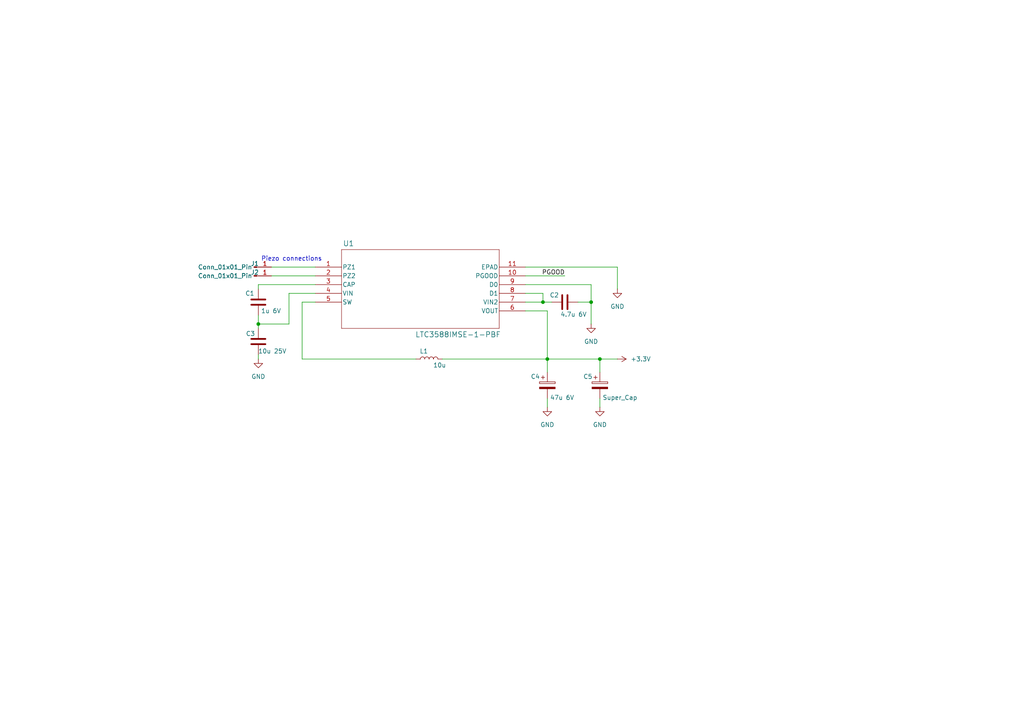
<source format=kicad_sch>
(kicad_sch (version 20250114) (generator "eeschema") (generator_version "9.0")
  (paper "A4")
  (lib_symbols
    (symbol "Connector:Conn_01x01_Pin" (pin_names (offset 1.016) (hide yes))
      (property "Reference" "J" (at 0 2.54 0))
      (property "Value" "Conn_01x01_Pin" (at 0 -2.54 0))
      (symbol "Conn_01x01_Pin_1_1"
        (rectangle (start 0.8636 0.127) (end 0 -0.127) (stroke (width 0.1524)) (fill (type outline)))
        (polyline (pts (xy 1.27 0) (xy 0.8636 0)) (stroke (width 0.1524)))
        (pin passive line (at 5.08 0 180) (length 3.81) (name "Pin_1") (number "1"))
      )
    )
    (symbol "Device:C" (pin_numbers (hide yes)) (pin_names (offset 0.254))
      (property "Reference" "C" (at 0.635 2.54 0))
      (property "Value" "C" (at 0.635 -2.54 0))
      (symbol "C_0_1"
        (polyline (pts (xy -2.032 0.762) (xy 2.032 0.762)) (stroke (width 0.508)))
        (polyline (pts (xy -2.032 -0.762) (xy 2.032 -0.762)) (stroke (width 0.508)))
      )
      (symbol "C_1_1"
        (pin passive line (at 0 3.81 270) (length 2.794) (name "~") (number "1"))
        (pin passive line (at 0 -3.81 90) (length 2.794) (name "~") (number "2"))
      )
    )
    (symbol "Device:C_Polarized" (pin_numbers (hide yes)) (pin_names (offset 0.254))
      (property "Reference" "C" (at 0.635 2.54 0))
      (property "Value" "C_Polarized" (at 0.635 -2.54 0))
      (symbol "C_Polarized_0_1"
        (rectangle (start -2.286 0.508) (end 2.286 1.016))
        (polyline (pts (xy -1.778 2.286) (xy -0.762 2.286)))
        (polyline (pts (xy -1.27 2.794) (xy -1.27 1.778)))
        (rectangle (start 2.286 -0.508) (end -2.286 -1.016) (fill (type outline)))
      )
      (symbol "C_Polarized_1_1"
        (pin passive line (at 0 3.81 270) (length 2.794) (name "~") (number "1"))
        (pin passive line (at 0 -3.81 90) (length 2.794) (name "~") (number "2"))
      )
    )
    (symbol "Device:L" (pin_numbers (hide yes)) (pin_names (offset 1.016) (hide yes))
      (property "Reference" "L" (at -1.27 0 90))
      (property "Value" "L" (at 1.905 0 90))
      (symbol "L_0_1"
        (arc (start 0 2.54) (mid 0.6323 1.905) (end 0 1.27))
        (arc (start 0 1.27) (mid 0.6323 0.635) (end 0 0))
        (arc (start 0 0) (mid 0.6323 -0.635) (end 0 -1.27))
        (arc (start 0 -1.27) (mid 0.6323 -1.905) (end 0 -2.54))
      )
      (symbol "L_1_1"
        (pin passive line (at 0 3.81 270) (length 1.27) (name "1") (number "1"))
        (pin passive line (at 0 -3.81 90) (length 1.27) (name "2") (number "2"))
      )
    )
    (symbol "Piezo_EH:LTC3588IMSE-1-PBF" (pin_names (offset 0.254))
      (property "Reference" "U" (at 30.48 10.16 0))
      (property "Value" "LTC3588IMSE-1-PBF" (at 30.48 7.62 0))
      (symbol "LTC3588IMSE-1-PBF_0_1"
        (polyline (pts (xy 7.62 5.08) (xy 7.62 -17.78)) (stroke (width 0.127)))
        (polyline (pts (xy 7.62 -17.78) (xy 53.34 -17.78)) (stroke (width 0.127)))
        (polyline (pts (xy 53.34 5.08) (xy 7.62 5.08)) (stroke (width 0.127)))
        (polyline (pts (xy 53.34 -17.78) (xy 53.34 5.08)) (stroke (width 0.127)))
        (pin input line (at 0 0 0) (length 7.62) (name "PZ1") (number "1"))
        (pin input line (at 0 -2.54 0) (length 7.62) (name "PZ2") (number "2"))
        (pin unspecified line (at 0 -5.08 0) (length 7.62) (name "CAP") (number "3"))
        (pin input line (at 0 -7.62 0) (length 7.62) (name "VIN") (number "4"))
        (pin unspecified line (at 0 -10.16 0) (length 7.62) (name "SW") (number "5"))
        (pin unspecified line (at 60.96 0 180) (length 7.62) (name "EPAD") (number "11"))
        (pin output line (at 60.96 -2.54 180) (length 7.62) (name "PGOOD") (number "10"))
        (pin output line (at 60.96 -5.08 180) (length 7.62) (name "D0") (number "9"))
        (pin output line (at 60.96 -7.62 180) (length 7.62) (name "D1") (number "8"))
        (pin input line (at 60.96 -10.16 180) (length 7.62) (name "VIN2") (number "7"))
        (pin output line (at 60.96 -12.7 180) (length 7.62) (name "VOUT") (number "6"))
      )
    )
    (symbol "power:+3.3V" (power) (pin_numbers (hide yes)) (pin_names (offset 0) (hide yes))
      (property "Value" "+3.3V" (at 0 3.556 0))
      (symbol "+3.3V_0_1"
        (polyline (pts (xy -0.762 1.27) (xy 0 2.54)))
        (polyline (pts (xy 0 2.54) (xy 0.762 1.27)))
        (polyline (pts (xy 0 0) (xy 0 2.54)))
      )
      (symbol "+3.3V_1_1"
        (pin power_in line (at 0 0 90) (length 0) (name "~") (number "1"))
      )
    )
    (symbol "power:GND" (power) (pin_numbers (hide yes)) (pin_names (offset 0) (hide yes))
      (property "Value" "GND" (at 0 -3.81 0))
      (symbol "GND_0_1"
        (polyline (pts (xy 0 0) (xy 0 -1.27) (xy 1.27 -1.27) (xy 0 -2.54) (xy -1.27 -1.27) (xy 0 -1.27)))
      )
      (symbol "GND_1_1"
        (pin power_in line (at 0 0 270) (length 0) (name "~") (number "1"))
      )
    )
  )
  (text "Piezo connections" (at 84.582 75.184 0) (effects (font (size 1.27 1.27))))
  (junction (at 171.45 87.63))
  (junction (at 158.75 104.14))
  (junction (at 173.99 104.14))
  (junction (at 157.48 87.63))
  (junction (at 74.93 93.98))
  (wire (pts (xy 83.82 93.98) (xy 74.93 93.98)))
  (wire (pts (xy 152.4 85.09) (xy 157.48 85.09)))
  (wire (pts (xy 87.63 104.14) (xy 120.65 104.14)))
  (wire (pts (xy 152.4 90.17) (xy 158.75 90.17)))
  (wire (pts (xy 157.48 85.09) (xy 157.48 87.63)))
  (wire (pts (xy 74.93 93.98) (xy 74.93 95.25)))
  (wire (pts (xy 158.75 115.57) (xy 158.75 118.11)))
  (wire (pts (xy 91.44 82.55) (xy 74.93 82.55)))
  (wire (pts (xy 173.99 104.14) (xy 179.07 104.14)))
  (wire (pts (xy 128.27 104.14) (xy 158.75 104.14)))
  (wire (pts (xy 78.74 80.01) (xy 91.44 80.01)))
  (wire (pts (xy 158.75 90.17) (xy 158.75 104.14)))
  (wire (pts (xy 179.07 83.82) (xy 179.07 77.47)))
  (wire (pts (xy 173.99 104.14) (xy 173.99 107.95)))
  (wire (pts (xy 171.45 87.63) (xy 171.45 93.98)))
  (wire (pts (xy 74.93 93.98) (xy 74.93 91.44)))
  (wire (pts (xy 78.74 77.47) (xy 91.44 77.47)))
  (wire (pts (xy 158.75 104.14) (xy 173.99 104.14)))
  (wire (pts (xy 171.45 82.55) (xy 171.45 87.63)))
  (wire (pts (xy 173.99 115.57) (xy 173.99 118.11)))
  (wire (pts (xy 83.82 85.09) (xy 83.82 93.98)))
  (wire (pts (xy 152.4 87.63) (xy 157.48 87.63)))
  (wire (pts (xy 74.93 102.87) (xy 74.93 104.14)))
  (wire (pts (xy 167.64 87.63) (xy 171.45 87.63)))
  (wire (pts (xy 157.48 87.63) (xy 160.02 87.63)))
  (wire (pts (xy 87.63 87.63) (xy 87.63 104.14)))
  (wire (pts (xy 152.4 80.01) (xy 163.83 80.01)))
  (wire (pts (xy 74.93 82.55) (xy 74.93 83.82)))
  (wire (pts (xy 152.4 77.47) (xy 179.07 77.47)))
  (wire (pts (xy 91.44 85.09) (xy 83.82 85.09)))
  (wire (pts (xy 158.75 104.14) (xy 158.75 107.95)))
  (wire (pts (xy 152.4 82.55) (xy 171.45 82.55)))
  (wire (pts (xy 91.44 87.63) (xy 87.63 87.63)))
  (label "PGOOD" (at 163.83 80.01 180))
  (symbol (lib_id "Device:C") (at 163.83 87.63 90) (unit 1)
    (property "Reference" "C2" (at 160.782 85.598 90))
    (property "Value" "4.7u 6V" (at 166.37 91.186 90))
    (property "Footprint" "Capacitor_SMD:C_0603_1608Metric_Pad1.08x0.95mm_HandSolder" (effects (hide yes)))
    (property "Description" "Unpolarized capacitor" (effects (hide yes)))
  )
  (symbol (lib_id "Device:C") (at 74.93 99.06 180) (unit 1)
    (property "Reference" "C3" (at 72.644 96.774 0))
    (property "Value" "10u 25V" (at 78.994 101.854 0))
    (property "Footprint" "Capacitor_SMD:C_0603_1608Metric_Pad1.08x0.95mm_HandSolder" (effects (hide yes)))
    (property "Description" "Unpolarized capacitor" (effects (hide yes)))
  )
  (symbol (lib_id "power:GND") (at 158.75 118.11 0) (unit 1)
    (property "Reference" "#PWR05" (effects (hide yes)))
    (property "Value" "GND" (at 158.75 123.19 0))
    (property "Description" "Power symbol creates a global label with name \"GND\" , ground" (effects (hide yes)))
  )
  (symbol (lib_id "Connector:Conn_01x01_Pin") (at 73.66 80.01 0) (unit 1)
    (property "Reference" "J2" (at 73.914 78.994 0))
    (property "Value" "Conn_01x01_Pin" (at 65.278 80.01 0))
    (property "Footprint" "TestPoint:TestPoint_Pad_1.0x1.0mm" (effects (hide yes)))
    (property "Description" "Generic connector, single row, 01x01, script generated" (effects (hide yes)))
  )
  (symbol (lib_id "Connector:Conn_01x01_Pin") (at 73.66 77.47 0) (unit 1)
    (property "Reference" "J1" (at 73.914 76.454 0))
    (property "Value" "Conn_01x01_Pin" (at 65.278 77.47 0))
    (property "Footprint" "TestPoint:TestPoint_Pad_1.0x1.0mm" (effects (hide yes)))
    (property "Description" "Generic connector, single row, 01x01, script generated" (effects (hide yes)))
  )
  (symbol (lib_id "Device:C_Polarized") (at 173.99 111.76 0) (unit 1)
    (property "Reference" "C5" (at 169.164 109.22 0) (effects (justify left)))
    (property "Value" "Super_Cap" (at 174.752 115.316 0) (effects (justify left)))
    (property "Footprint" "Piezo_EH_footprints:BMOD0001P005B02" (effects (hide yes)))
    (property "Datasheet" "https://www.mouser.pl/ProductDetail/Maxwell-Technologies/BMOD0001-P005-B02?qs=W0yvOO0ixfEzFv8%2F5TnOWA%3D%3D" (effects (hide yes)))
    (property "Description" "Polarized capacitor" (effects (hide yes)))
  )
  (symbol (lib_id "power:GND") (at 179.07 83.82 0) (unit 1)
    (property "Reference" "#PWR01" (effects (hide yes)))
    (property "Value" "GND" (at 179.07 88.9 0))
    (property "Description" "Power symbol creates a global label with name \"GND\" , ground" (effects (hide yes)))
  )
  (symbol (lib_id "power:GND") (at 173.99 118.11 0) (unit 1)
    (property "Reference" "#PWR06" (effects (hide yes)))
    (property "Value" "GND" (at 173.99 123.19 0))
    (property "Description" "Power symbol creates a global label with name \"GND\" , ground" (effects (hide yes)))
  )
  (symbol (lib_id "power:+3.3V") (at 179.07 104.14 270) (unit 1)
    (property "Reference" "#PWR04" (effects (hide yes)))
    (property "Value" "+3.3V" (at 182.88 104.1399 90) (effects (justify left)))
    (property "Description" "Power symbol creates a global label with name \"+3.3V\"" (effects (hide yes)))
  )
  (symbol (lib_id "power:GND") (at 171.45 93.98 0) (unit 1)
    (property "Reference" "#PWR02" (effects (hide yes)))
    (property "Value" "GND" (at 171.45 99.06 0))
    (property "Description" "Power symbol creates a global label with name \"GND\" , ground" (effects (hide yes)))
  )
  (symbol (lib_id "Device:L") (at 124.46 104.14 90) (unit 1)
    (property "Reference" "L1" (at 122.936 101.854 90))
    (property "Value" "10u" (at 127.508 105.918 90))
    (property "Footprint" "Piezo_EH_footprints:WE-HEPC_5030" (effects (hide yes)))
    (property "Description" "Inductor" (effects (hide yes)))
  )
  (symbol (lib_id "Device:C") (at 74.93 87.63 0) (unit 1)
    (property "Reference" "C1" (at 71.12 85.09 0) (effects (justify left)))
    (property "Value" "1u 6V" (at 75.692 90.17 0) (effects (justify left)))
    (property "Footprint" "Capacitor_SMD:C_0603_1608Metric_Pad1.08x0.95mm_HandSolder" (effects (hide yes)))
    (property "Description" "Unpolarized capacitor" (effects (hide yes)))
  )
  (symbol (lib_id "Piezo_EH:LTC3588IMSE-1-PBF") (at 91.44 77.47 0) (unit 1)
    (property "Reference" "U1" (at 101.092 70.612 0) (effects (font (size 1.524 1.524))))
    (property "Value" "LTC3588IMSE-1-PBF" (at 132.842 97.028 0) (effects (font (size 1.524 1.524))))
    (property "Footprint" "Piezo_EH_footprints:MSOP-10_MSE_LIT" (effects (hide yes)))
    (property "Datasheet" "https://www.analog.com/media/en/technical-documentation/data-sheets/35881fc.pdf" (effects (hide yes)))
  )
  (symbol (lib_id "Device:C_Polarized") (at 158.75 111.76 0) (unit 1)
    (property "Reference" "C4" (at 153.924 109.22 0) (effects (justify left)))
    (property "Value" "47u 6V" (at 159.512 115.316 0) (effects (justify left)))
    (property "Footprint" "Capacitor_SMD:CP_Elec_5x5.4" (effects (hide yes)))
    (property "Description" "Polarized capacitor" (effects (hide yes)))
  )
  (symbol (lib_id "power:GND") (at 74.93 104.14 0) (unit 1)
    (property "Reference" "#PWR03" (effects (hide yes)))
    (property "Value" "GND" (at 74.93 109.22 0))
    (property "Description" "Power symbol creates a global label with name \"GND\" , ground" (effects (hide yes)))
  )
)
</source>
